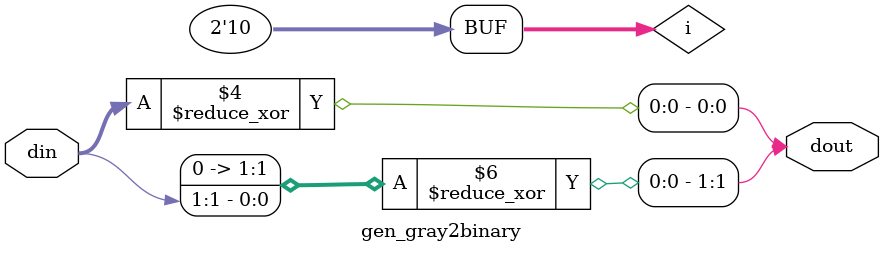
<source format=v>


module gen_gray2binary(
  // inputs
  din, 
  // outputs
  dout
);

parameter WIDTH=2;

input	[WIDTH-1:0]	din;
output	[WIDTH-1:0]	dout;
reg	[WIDTH-1:0]	dout;

reg [WIDTH-1:0]		i;
//integer		i;

always @(din) begin
	for(i=0; i<=WIDTH-1; i=i+1) begin
		dout[i] = ^(din>>i);
	end
end

endmodule

</source>
